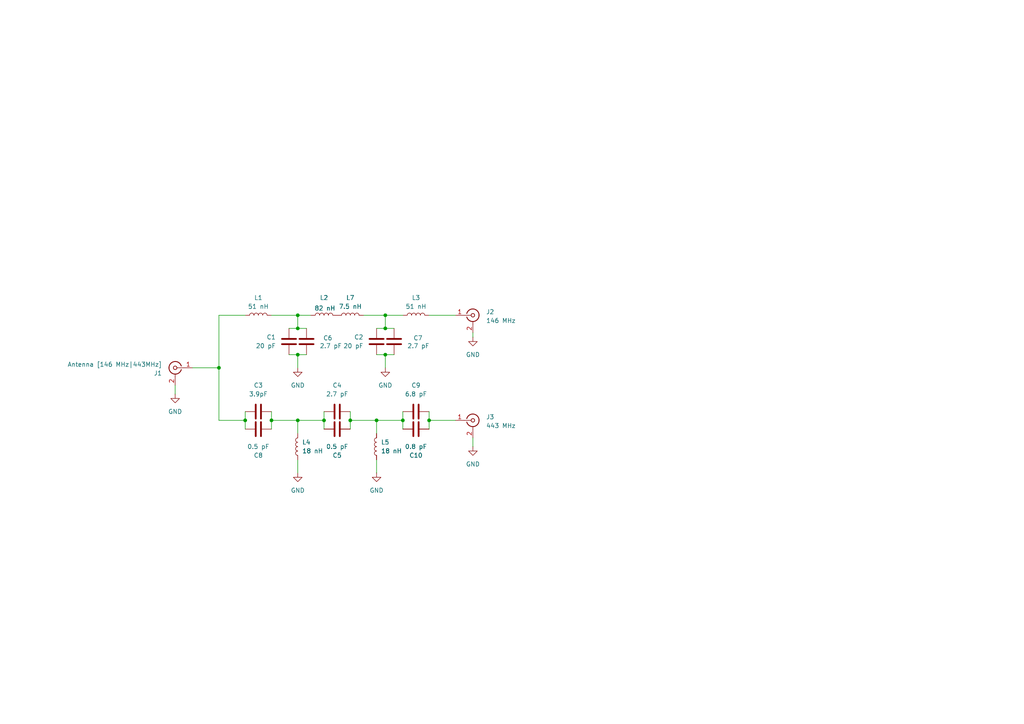
<source format=kicad_sch>
(kicad_sch (version 20231120) (generator "eeschema") (generator_version "8.0")
  (paper "A4")
  (lib_symbols
    (symbol "Connector:Conn_Coaxial" (pin_names (offset 1.016) hide)
      (property "Reference" "J" (at 0.254 3.048 0))
      (property "Value" "Conn_Coaxial" (at 2.921 0 90))
      (symbol "Conn_Coaxial_0_1"
        (arc (start -1.778 -0.508) (mid 0.2311 -1.8066) (end 1.778 0) (stroke (width 0.254)))
        (polyline (pts (xy -2.54 0) (xy -0.508 0)))
        (polyline (pts (xy 0 -2.54) (xy 0 -1.778)))
        (circle (center 0 0) (radius 0.508) (stroke (width 0.2032)))
        (arc (start 1.778 0) (mid 0.2099 1.8101) (end -1.778 0.508) (stroke (width 0.254)))
      )
      (symbol "Conn_Coaxial_1_1"
        (pin passive line (at -5.08 0 0) (length 2.54) (name "In") (number "1"))
        (pin passive line (at 0 -5.08 90) (length 2.54) (name "Ext") (number "2"))
      )
    )
    (symbol "Device:C" (pin_numbers hide) (pin_names (offset 0.254))
      (property "Reference" "C" (at 0.635 2.54 0))
      (property "Value" "C" (at 0.635 -2.54 0))
      (symbol "C_0_1"
        (polyline (pts (xy -2.032 -0.762) (xy 2.032 -0.762)) (stroke (width 0.508)))
        (polyline (pts (xy -2.032 0.762) (xy 2.032 0.762)) (stroke (width 0.508)))
      )
      (symbol "C_1_1"
        (pin passive line (at 0 3.81 270) (length 2.794) (name "~") (number "1"))
        (pin passive line (at 0 -3.81 90) (length 2.794) (name "~") (number "2"))
      )
    )
    (symbol "Device:L" (pin_numbers hide) (pin_names (offset 1.016) hide)
      (property "Reference" "L" (at -1.27 0 90))
      (property "Value" "L" (at 1.905 0 90))
      (symbol "L_0_1"
        (arc (start 0 -2.54) (mid 0.6323 -1.905) (end 0 -1.27))
        (arc (start 0 -1.27) (mid 0.6323 -0.635) (end 0 0))
        (arc (start 0 0) (mid 0.6323 0.635) (end 0 1.27))
        (arc (start 0 1.27) (mid 0.6323 1.905) (end 0 2.54))
      )
      (symbol "L_1_1"
        (pin passive line (at 0 3.81 270) (length 1.27) (name "1") (number "1"))
        (pin passive line (at 0 -3.81 90) (length 1.27) (name "2") (number "2"))
      )
    )
    (symbol "power:GND" (power) (pin_numbers hide) (pin_names (offset 0) hide)
      (property "Value" "GND" (at 0 -3.81 0))
      (symbol "GND_0_1"
        (polyline (pts (xy 0 0) (xy 0 -1.27) (xy 1.27 -1.27) (xy 0 -2.54) (xy -1.27 -1.27) (xy 0 -1.27)))
      )
      (symbol "GND_1_1"
        (pin power_in line (at 0 0 270) (length 0) (name "~") (number "1"))
      )
    )
  )
  (junction (at 93.98 121.92))
  (junction (at 111.76 95.25))
  (junction (at 78.74 121.92))
  (junction (at 116.84 121.92))
  (junction (at 86.36 121.92))
  (junction (at 124.46 121.92))
  (junction (at 86.36 102.87))
  (junction (at 86.36 95.25))
  (junction (at 111.76 91.44))
  (junction (at 109.22 121.92))
  (junction (at 71.12 121.92))
  (junction (at 63.5 106.68))
  (junction (at 101.6 121.92))
  (junction (at 86.36 91.44))
  (junction (at 111.76 102.87))
  (wire (pts (xy 71.12 119.38) (xy 71.12 121.92)))
  (wire (pts (xy 86.36 133.35) (xy 86.36 137.16)))
  (wire (pts (xy 111.76 95.25) (xy 114.3 95.25)))
  (wire (pts (xy 109.22 121.92) (xy 109.22 125.73)))
  (wire (pts (xy 116.84 121.92) (xy 116.84 124.46)))
  (wire (pts (xy 78.74 121.92) (xy 86.36 121.92)))
  (wire (pts (xy 101.6 121.92) (xy 109.22 121.92)))
  (wire (pts (xy 101.6 119.38) (xy 101.6 121.92)))
  (wire (pts (xy 111.76 102.87) (xy 111.76 106.68)))
  (wire (pts (xy 109.22 121.92) (xy 116.84 121.92)))
  (wire (pts (xy 83.82 102.87) (xy 86.36 102.87)))
  (wire (pts (xy 63.5 91.44) (xy 71.12 91.44)))
  (wire (pts (xy 124.46 121.92) (xy 132.08 121.92)))
  (wire (pts (xy 63.5 121.92) (xy 71.12 121.92)))
  (wire (pts (xy 86.36 102.87) (xy 88.9 102.87)))
  (wire (pts (xy 124.46 121.92) (xy 124.46 124.46)))
  (wire (pts (xy 78.74 91.44) (xy 86.36 91.44)))
  (wire (pts (xy 55.88 106.68) (xy 63.5 106.68)))
  (wire (pts (xy 63.5 91.44) (xy 63.5 106.68)))
  (wire (pts (xy 137.16 129.54) (xy 137.16 127)))
  (wire (pts (xy 63.5 106.68) (xy 63.5 121.92)))
  (wire (pts (xy 93.98 119.38) (xy 93.98 121.92)))
  (wire (pts (xy 93.98 121.92) (xy 93.98 124.46)))
  (wire (pts (xy 78.74 121.92) (xy 78.74 124.46)))
  (wire (pts (xy 137.16 96.52) (xy 137.16 97.79)))
  (wire (pts (xy 105.41 91.44) (xy 111.76 91.44)))
  (wire (pts (xy 86.36 121.92) (xy 93.98 121.92)))
  (wire (pts (xy 109.22 102.87) (xy 111.76 102.87)))
  (wire (pts (xy 86.36 102.87) (xy 86.36 106.68)))
  (wire (pts (xy 86.36 95.25) (xy 88.9 95.25)))
  (wire (pts (xy 78.74 119.38) (xy 78.74 121.92)))
  (wire (pts (xy 50.8 114.3) (xy 50.8 111.76)))
  (wire (pts (xy 116.84 119.38) (xy 116.84 121.92)))
  (wire (pts (xy 86.36 91.44) (xy 86.36 95.25)))
  (wire (pts (xy 124.46 119.38) (xy 124.46 121.92)))
  (wire (pts (xy 86.36 91.44) (xy 90.17 91.44)))
  (wire (pts (xy 71.12 121.92) (xy 71.12 124.46)))
  (wire (pts (xy 111.76 91.44) (xy 111.76 95.25)))
  (wire (pts (xy 83.82 95.25) (xy 86.36 95.25)))
  (wire (pts (xy 109.22 95.25) (xy 111.76 95.25)))
  (wire (pts (xy 111.76 102.87) (xy 114.3 102.87)))
  (wire (pts (xy 124.46 91.44) (xy 132.08 91.44)))
  (wire (pts (xy 111.76 91.44) (xy 116.84 91.44)))
  (wire (pts (xy 109.22 133.35) (xy 109.22 137.16)))
  (wire (pts (xy 86.36 121.92) (xy 86.36 125.73)))
  (wire (pts (xy 101.6 121.92) (xy 101.6 124.46)))
  (symbol (lib_id "power:GND") (at 86.36 106.68 0) (unit 1)
    (property "Reference" "#PWR02" (effects (hide yes)))
    (property "Value" "GND" (at 86.36 111.76 0))
    (property "Description" "Power symbol creates a global label with name \"GND\" , ground" (effects (hide yes)))
  )
  (symbol (lib_id "Device:L") (at 93.98 91.44 90) (unit 1)
    (property "Reference" "L2" (at 93.98 86.36 90))
    (property "Value" "82 nH" (at 94.234 89.408 90))
    (property "Footprint" "Inductor_SMD:L_0603_1608Metric" (effects (hide yes)))
    (property "Description" "Inductor" (effects (hide yes)))
  )
  (symbol (lib_id "power:GND") (at 137.16 129.54 0) (unit 1)
    (property "Reference" "#PWR06" (effects (hide yes)))
    (property "Value" "GND" (at 137.16 134.62 0))
    (property "Description" "Power symbol creates a global label with name \"GND\" , ground" (effects (hide yes)))
  )
  (symbol (lib_id "Device:L") (at 109.22 129.54 180) (unit 1)
    (property "Reference" "L5" (at 110.49 128.2699 0) (effects (justify right)))
    (property "Value" "18 nH" (at 110.49 130.8099 0) (effects (justify right)))
    (property "Footprint" "Inductor_SMD:L_0603_1608Metric" (effects (hide yes)))
    (property "Description" "Inductor" (effects (hide yes)))
  )
  (symbol (lib_id "Device:L") (at 101.6 91.44 90) (unit 1)
    (property "Reference" "L7" (at 101.6 86.36 90))
    (property "Value" "7.5 nH" (at 101.6 88.9 90))
    (property "Footprint" "Inductor_SMD:L_0603_1608Metric" (effects (hide yes)))
    (property "Description" "Inductor" (effects (hide yes)))
  )
  (symbol (lib_id "power:GND") (at 50.8 114.3 0) (unit 1)
    (property "Reference" "#PWR07" (effects (hide yes)))
    (property "Value" "GND" (at 50.8 119.38 0))
    (property "Description" "Power symbol creates a global label with name \"GND\" , ground" (effects (hide yes)))
  )
  (symbol (lib_id "Device:C") (at 114.3 99.06 0) (unit 1)
    (property "Reference" "C7" (at 119.888 98.044 0) (effects (justify left)))
    (property "Value" "2.7 pF" (at 118.11 100.3299 0) (effects (justify left)))
    (property "Footprint" "Capacitor_SMD:C_0603_1608Metric" (effects (hide yes)))
    (property "Description" "Unpolarized capacitor" (effects (hide yes)))
  )
  (symbol (lib_id "Device:C") (at 97.79 119.38 90) (unit 1)
    (property "Reference" "C4" (at 97.79 111.76 90))
    (property "Value" "2.7 pF" (at 97.79 114.3 90))
    (property "Footprint" "Capacitor_SMD:C_0603_1608Metric" (effects (hide yes)))
    (property "Description" "Unpolarized capacitor" (effects (hide yes)))
  )
  (symbol (lib_id "Device:L") (at 120.65 91.44 90) (unit 1)
    (property "Reference" "L3" (at 120.65 86.36 90))
    (property "Value" "51 nH" (at 120.65 88.9 90))
    (property "Footprint" "Inductor_SMD:L_0603_1608Metric" (effects (hide yes)))
    (property "Description" "Inductor" (effects (hide yes)))
  )
  (symbol (lib_id "Device:C") (at 120.65 124.46 90) (mirror x) (unit 1)
    (property "Reference" "C10" (at 120.65 132.08 90))
    (property "Value" "0.8 pF" (at 120.65 129.54 90))
    (property "Footprint" "Capacitor_SMD:C_0603_1608Metric" (effects (hide yes)))
    (property "Description" "Unpolarized capacitor" (effects (hide yes)))
  )
  (symbol (lib_id "Device:C") (at 120.65 119.38 90) (unit 1)
    (property "Reference" "C9" (at 120.65 111.76 90))
    (property "Value" "6.8 pF" (at 120.65 114.3 90))
    (property "Footprint" "Capacitor_SMD:C_0603_1608Metric" (effects (hide yes)))
    (property "Description" "Unpolarized capacitor" (effects (hide yes)))
  )
  (symbol (lib_id "power:GND") (at 109.22 137.16 0) (unit 1)
    (property "Reference" "#PWR05" (effects (hide yes)))
    (property "Value" "GND" (at 109.22 142.24 0))
    (property "Description" "Power symbol creates a global label with name \"GND\" , ground" (effects (hide yes)))
  )
  (symbol (lib_id "Device:C") (at 83.82 99.06 0) (mirror y) (unit 1)
    (property "Reference" "C1" (at 80.01 97.7899 0) (effects (justify left)))
    (property "Value" "20 pF" (at 80.01 100.3299 0) (effects (justify left)))
    (property "Footprint" "Capacitor_SMD:C_0603_1608Metric" (effects (hide yes)))
    (property "Description" "Unpolarized capacitor" (effects (hide yes)))
  )
  (symbol (lib_id "Device:L") (at 86.36 129.54 180) (unit 1)
    (property "Reference" "L4" (at 87.63 128.2699 0) (effects (justify right)))
    (property "Value" "18 nH" (at 87.63 130.8099 0) (effects (justify right)))
    (property "Footprint" "Inductor_SMD:L_0603_1608Metric" (effects (hide yes)))
    (property "Description" "Inductor" (effects (hide yes)))
  )
  (symbol (lib_id "Device:C") (at 74.93 124.46 90) (mirror x) (unit 1)
    (property "Reference" "C8" (at 74.93 132.08 90))
    (property "Value" "0.5 pF" (at 74.93 129.54 90))
    (property "Footprint" "Capacitor_SMD:C_0603_1608Metric" (effects (hide yes)))
    (property "Description" "Unpolarized capacitor" (effects (hide yes)))
  )
  (symbol (lib_id "Connector:Conn_Coaxial") (at 137.16 121.92 0) (unit 1)
    (property "Reference" "J3" (at 140.97 120.9431 0) (effects (justify left)))
    (property "Value" "443 MHz" (at 140.97 123.4831 0) (effects (justify left)))
    (property "Footprint" "sma_china:SMA_CHINA" (effects (hide yes)))
    (property "Description" "coaxial connector (BNC, SMA, SMB, SMC, Cinch/RCA, LEMO, ...)" (effects (hide yes)))
  )
  (symbol (lib_id "power:GND") (at 86.36 137.16 0) (unit 1)
    (property "Reference" "#PWR04" (effects (hide yes)))
    (property "Value" "GND" (at 86.36 142.24 0))
    (property "Description" "Power symbol creates a global label with name \"GND\" , ground" (effects (hide yes)))
  )
  (symbol (lib_id "Device:C") (at 74.93 119.38 90) (unit 1)
    (property "Reference" "C3" (at 74.93 111.76 90))
    (property "Value" "3.9pF" (at 74.93 114.3 90))
    (property "Footprint" "Capacitor_SMD:C_0603_1608Metric" (effects (hide yes)))
    (property "Description" "Unpolarized capacitor" (effects (hide yes)))
  )
  (symbol (lib_id "Device:C") (at 88.9 99.06 0) (unit 1)
    (property "Reference" "C6" (at 93.726 98.044 0) (effects (justify left)))
    (property "Value" "2.7 pF" (at 92.71 100.3299 0) (effects (justify left)))
    (property "Footprint" "Capacitor_SMD:C_0603_1608Metric" (effects (hide yes)))
    (property "Description" "Unpolarized capacitor" (effects (hide yes)))
  )
  (symbol (lib_id "Device:C") (at 109.22 99.06 0) (mirror y) (unit 1)
    (property "Reference" "C2" (at 105.41 97.7899 0) (effects (justify left)))
    (property "Value" "20 pF" (at 105.41 100.3299 0) (effects (justify left)))
    (property "Footprint" "Capacitor_SMD:C_0603_1608Metric" (effects (hide yes)))
    (property "Description" "Unpolarized capacitor" (effects (hide yes)))
  )
  (symbol (lib_id "Device:C") (at 97.79 124.46 90) (mirror x) (unit 1)
    (property "Reference" "C5" (at 97.79 132.08 90))
    (property "Value" "0.5 pF" (at 97.79 129.54 90))
    (property "Footprint" "Capacitor_SMD:C_0603_1608Metric" (effects (hide yes)))
    (property "Description" "Unpolarized capacitor" (effects (hide yes)))
  )
  (symbol (lib_id "Connector:Conn_Coaxial") (at 137.16 91.44 0) (unit 1)
    (property "Reference" "J2" (at 140.97 90.4631 0) (effects (justify left)))
    (property "Value" "146 MHz" (at 140.97 93.0031 0) (effects (justify left)))
    (property "Footprint" "sma_china:SMA_CHINA" (effects (hide yes)))
    (property "Description" "coaxial connector (BNC, SMA, SMB, SMC, Cinch/RCA, LEMO, ...)" (effects (hide yes)))
  )
  (symbol (lib_id "Device:L") (at 74.93 91.44 90) (unit 1)
    (property "Reference" "L1" (at 74.93 86.36 90))
    (property "Value" "51 nH" (at 74.93 88.9 90))
    (property "Footprint" "Inductor_SMD:L_0603_1608Metric" (effects (hide yes)))
    (property "Description" "Inductor" (effects (hide yes)))
  )
  (symbol (lib_id "Connector:Conn_Coaxial") (at 50.8 106.68 0) (mirror y) (unit 1)
    (property "Reference" "J1" (at 46.99 108.2433 0) (effects (justify left)))
    (property "Value" "Antenna [146 MHz|443MHz]" (at 46.99 105.7033 0) (effects (justify left)))
    (property "Footprint" "sma_china:SMA_CHINA" (effects (hide yes)))
    (property "Description" "coaxial connector (BNC, SMA, SMB, SMC, Cinch/RCA, LEMO, ...)" (effects (hide yes)))
  )
  (symbol (lib_id "power:GND") (at 137.16 97.79 0) (unit 1)
    (property "Reference" "#PWR01" (effects (hide yes)))
    (property "Value" "GND" (at 137.16 102.87 0))
    (property "Description" "Power symbol creates a global label with name \"GND\" , ground" (effects (hide yes)))
  )
  (symbol (lib_id "power:GND") (at 111.76 106.68 0) (unit 1)
    (property "Reference" "#PWR03" (effects (hide yes)))
    (property "Value" "GND" (at 111.76 111.76 0))
    (property "Description" "Power symbol creates a global label with name \"GND\" , ground" (effects (hide yes)))
  )
)
</source>
